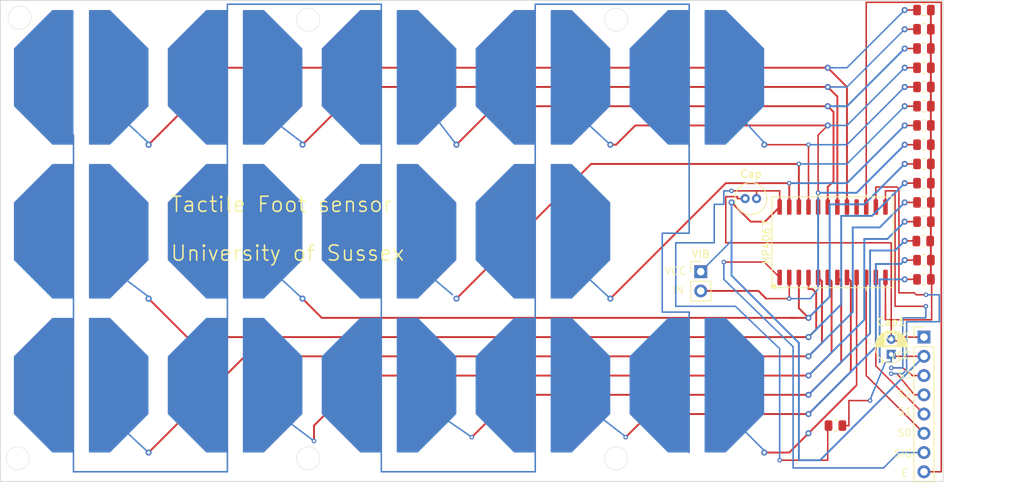
<source format=kicad_pcb>
(kicad_pcb (version 20221018) (generator pcbnew)
  (layers (0 "F.Cu" signal) (31 "B.Cu" signal) (34 "B.Paste" user) (35 "F.Paste" user) (36 "B.SilkS" user "B.Silkscreen") (37 "F.SilkS" user "F.Silkscreen") (38 "B.Mask" user) (39 "F.Mask" user) (44 "Edge.Cuts" user))
  (net 0 "")
  (footprint "Resistor_SMD:R_0805_2012Metric" (layer "F.Cu") (at 223.52 73.66 180)
    (fp_text reference "j6" hide)
    (fp_text value "R_0805_2012Metric" hide)
  )
  (footprint "Resistor_SMD:R_0805_2012Metric" (layer "F.Cu") (at 223.52 78.74 180)
    (fp_text reference "j4" hide)
    (fp_text value "R_0805_2012Metric" hide)
  )
  (footprint "Resistor_SMD:R_0805_2012Metric" (layer "F.Cu") (at 223.52 68.58 180)
    (fp_text reference "j8" hide)
    (fp_text value "R_0805_2012Metric" hide)
  )
  (footprint "Resistor_SMD:R_0805_2012Metric" (layer "F.Cu") (at 223.52 86.36 180)
    (fp_text reference "j1" hide)
    (fp_text value "R_0805_2012Metric" hide)
  )
  (footprint "Connector_PinHeader_2.54mm:PinHeader_1x08_P2.54mm_Vertical" (layer "F.Cu") (at 223.52 96.52)
    (fp_text reference "gpio" hide)
    (fp_text value "PinHeader_1x08_P2.54mm_Vertical")
  )
  (footprint "PCM_Package_SO_AKL:SOIC-24W_7.5x15.4mm_P1.27mm" (layer "F.Cu") (at 211.455 83.996 90)
    (fp_text reference "HP4067")
    (fp_text value "SOIC-24W_7.5x15.4mm_P1.27mm" hide)
  )
  (footprint "Resistor_SMD:R_0805_2012Metric" (layer "F.Cu") (at 223.52 58.42 180)
    (fp_text reference "j12" hide)
    (fp_text value "R_0805_2012Metric" hide)
  )
  (footprint "Resistor_SMD:R_0805_2012Metric" (layer "F.Cu") (at 223.52 55.88 180)
    (fp_text reference "j13" hide)
    (fp_text value "R_0805_2012Metric" hide)
  )
  (footprint "Resistor_SMD:R_0805_2012Metric" (layer "F.Cu") (at 223.52 76.2 180)
    (fp_text reference "j5" hide)
    (fp_text value "R_0805_2012Metric" hide)
  )
  (footprint "Resistor_SMD:R_0805_2012Metric" (layer "F.Cu") (at 223.52 63.5 180)
    (fp_text reference "j10" hide)
    (fp_text value "R_0805_2012Metric" hide)
  )
  (footprint "Capacitor_THT:CP_Radial_D4.0mm_P2.00mm" (layer "F.Cu") (at 219.202 98.806 90)
    (fp_text reference "Cap1")
    (fp_text value "CP_Radial_D4.0mm_P2.00mm" hide)
  )
  (footprint "Resistor_SMD:R_0805_2012Metric" (layer "F.Cu") (at 223.52 71.12 180)
    (fp_text reference "j7" hide)
    (fp_text value "R_0805_2012Metric" hide)
  )
  (footprint "Resistor_SMD:R_0805_2012Metric" (layer "F.Cu") (at 223.52 60.96 180)
    (fp_text reference "j11" hide)
    (fp_text value "R_0805_2012Metric" hide)
  )
  (footprint "Connector_PinHeader_2.54mm:PinHeader_1x02_P2.54mm_Vertical" (layer "F.Cu") (at 194.056 87.884)
    (fp_text reference "VIB")
    (fp_text value "PinHeader_1x02_P2.54mm_Vertical")
  )
  (footprint "Resistor_SMD:R_0805_2012Metric" (layer "F.Cu") (at 223.52 88.9 180)
    (fp_text reference "j0" hide)
    (fp_text value "R_0805_2012Metric" hide)
  )
  (footprint "Resistor_SMD:R_0805_2012Metric" (layer "F.Cu") (at 223.429161 83.844423 180)
    (fp_text reference "j2" hide)
    (fp_text value "R_0805_2012Metric" hide)
  )
  (footprint "Resistor_SMD:R_0805_2012Metric" (layer "F.Cu") (at 211.836 108.204 180)
    (fp_text reference "RP" hide)
    (fp_text value "R_0805_2012Metric" hide)
  )
  (footprint "Capacitor_THT:C_Radial_D4.0mm_H5.0mm_P1.50mm" (layer "F.Cu") (at 199.922 78.232)
    (fp_text reference "Cap")
    (fp_text value "C_Radial_D4.0mm_H5.0mm_P1.50mm")
  )
  (footprint "Resistor_SMD:R_0805_2012Metric" (layer "F.Cu") (at 223.52 66.04 180)
    (fp_text reference "j9" hide)
    (fp_text value "R_0805_2012Metric" hide)
  )
  (footprint "Resistor_SMD:R_0805_2012Metric" (layer "F.Cu") (at 223.52 81.28 180)
    (fp_text reference "j3" hide)
    (fp_text value "R_0805_2012Metric" hide)
  )
  (footprint "Resistor_SMD:R_0805_2012Metric" (layer "F.Cu") (at 223.52 53.34 180)
    (fp_text reference "j14" hide)
    (fp_text value "R_0805_2012Metric" hide)
  )
  (gr_line (start 217.17 89.408) (end 217.17 100.33) (stroke (width 0.2)) (layer "F.Cu"))
  (gr_line (start 204.47 78.232) (end 204.47 78.994) (stroke (width 0.2)) (layer "F.Cu"))
  (gr_line (start 204.47 77.216) (end 204.47 78.74) (stroke (width 0.2)) (layer "F.Cu"))
  (gr_line (start 219.202 84.074) (end 219.202 94.234) (stroke (width 0.2)) (layer "F.Cu"))
  (gr_line (start 220.98 58.42) (end 222.758 58.42) (stroke (width 0.2)) (layer "F.Cu"))
  (gr_line (start 219.202 94.234) (end 219.202 96.52) (stroke (width 0.2)) (layer "F.Cu"))
  (gr_line (start 220.98 73.66) (end 222.504 73.66) (stroke (width 0.2)) (layer "F.Cu"))
  (gr_line (start 215.9 52.324) (end 225.806 52.324) (stroke (width 0.2)) (layer "F.Cu"))
  (gr_line (start 202.438 71.12) (end 208.28 71.12) (stroke (width 0.2)) (layer "F.Cu"))
  (gr_line (start 220.98 66.04) (end 222.504 66.04) (stroke (width 0.2)) (layer "F.Cu"))
  (gr_line (start 220.218 96.52) (end 220.218 97.028) (stroke (width 0.2)) (layer "F.Cu"))
  (gr_line (start 220.98 76.2) (end 222.504 76.2) (stroke (width 0.2)) (layer "F.Cu"))
  (gr_line (start 224.536 89.408) (end 224.536 94.234) (stroke (width 0.2)) (layer "F.Cu"))
  (gr_line (start 198.882 77.978) (end 197.358 77.978) (stroke (width 0.2)) (layer "F.Cu"))
  (gr_line (start 197.104 86.614) (end 202.438 86.614) (stroke (width 0.2)) (layer "F.Cu"))
  (gr_line (start 216.408 104.902) (end 213.614 104.902) (stroke (width 0.2)) (layer "F.Cu"))
  (gr_line (start 219.964 101.346) (end 222.25 104.14) (stroke (width 0.2)) (layer "F.Cu"))
  (gr_line (start 222.25 104.14) (end 223.52 104.14) (stroke (width 0.2)) (layer "F.Cu"))
  (gr_line (start 220.98 71.12) (end 222.504 71.12) (stroke (width 0.2)) (layer "F.Cu"))
  (gr_line (start 220.98 53.34) (end 222.504 53.34) (stroke (width 0.2)) (layer "F.Cu"))
  (gr_line (start 220.98 68.58) (end 222.504 68.58) (stroke (width 0.2)) (layer "F.Cu"))
  (gr_line (start 202.438 86.614) (end 204.47 88.646) (stroke (width 0.2)) (layer "F.Cu"))
  (gr_line (start 215.9 101.6) (end 223.012 108.712) (stroke (width 0.2)) (layer "F.Cu"))
  (gr_line (start 219.329 100.584) (end 220.726 100.584) (stroke (width 0.2)) (layer "F.Cu"))
  (gr_line (start 197.358 84.074) (end 219.202 84.074) (stroke (width 0.2)) (layer "F.Cu"))
  (gr_line (start 220.726 100.584) (end 221.996 101.6) (stroke (width 0.2)) (layer "F.Cu"))
  (gr_line (start 221.234 88.9) (end 222.504 88.9) (stroke (width 0.2)) (layer "F.Cu"))
  (gr_line (start 220.98 81.28) (end 222.504 81.28) (stroke (width 0.2)) (layer "F.Cu"))
  (gr_line (start 215.9 79.248) (end 215.9 52.324) (stroke (width 0.2)) (layer "F.Cu"))
  (gr_line (start 215.9 89.408) (end 215.9 101.6) (stroke (width 0.2)) (layer "F.Cu"))
  (gr_line (start 210.82 112.776) (end 204.47 112.776) (stroke (width 0.2)) (layer "F.Cu"))
  (gr_line (start 197.358 77.978) (end 197.358 84.074) (stroke (width 0.2)) (layer "F.Cu"))
  (gr_line (start 220.98 63.5) (end 222.504 63.5) (stroke (width 0.2)) (layer "F.Cu"))
  (gr_line (start 220.98 78.74) (end 222.504 78.74) (stroke (width 0.2)) (layer "F.Cu"))
  (gr_line (start 225.806 114.3) (end 223.774 114.3) (stroke (width 0.2)) (layer "F.Cu"))
  (gr_line (start 220.98 83.82) (end 222.504 83.82) (stroke (width 0.2)) (layer "F.Cu"))
  (gr_line (start 220.98 55.88) (end 222.504 55.88) (stroke (width 0.2)) (layer "F.Cu"))
  (gr_line (start 210.82 108.204) (end 210.82 112.776) (stroke (width 0.2)) (layer "F.Cu"))
  (gr_line (start 223.52 96.52) (end 220.218 96.52) (stroke (width 0.2)) (layer "F.Cu"))
  (gr_line (start 213.614 104.902) (end 213.614 108.204) (stroke (width 0.2)) (layer "F.Cu"))
  (gr_line (start 213.614 108.204) (end 212.598 108.204) (stroke (width 0.2)) (layer "F.Cu"))
  (gr_line (start 217.17 100.33) (end 223.012 106.172) (stroke (width 0.2)) (layer "F.Cu"))
  (gr_line (start 225.806 52.324) (end 225.806 114.3) (stroke (width 0.2)) (layer "F.Cu"))
  (gr_line (start 218.44 92.202) (end 218.44 94.234) (stroke (width 0.2)) (layer "F.Cu"))
  (gr_line (start 198.882 78.232) (end 198.882 77.978) (stroke (width 0.2)) (layer "F.Cu"))
  (gr_line (start 221.996 101.6) (end 223.52 101.6) (stroke (width 0.2)) (layer "F.Cu"))
  (gr_line (start 201.93 77.216) (end 204.47 77.216) (stroke (width 0.2)) (layer "F.Cu"))
  (gr_line (start 220.98 86.36) (end 222.504 86.36) (stroke (width 0.2)) (layer "F.Cu"))
  (gr_line (start 208.28 71.12) (end 208.28 79.248) (stroke (width 0.2)) (layer "F.Cu"))
  (gr_line (start 198.12 77.216) (end 201.93 77.216) (stroke (width 0.2)) (layer "F.Cu"))
  (gr_line (start 199.922 78.232) (end 198.882 78.232) (stroke (width 0.2)) (layer "F.Cu"))
  (gr_line (start 224.536 94.234) (end 218.44 94.234) (stroke (width 0.2)) (layer "F.Cu"))
  (gr_line (start 219.202 101.346) (end 219.964 101.346) (stroke (width 0.2)) (layer "F.Cu"))
  (gr_line (start 202.692 91.44) (end 205.74 91.44) (stroke (width 0.2)) (layer "F.Cu"))
  (gr_line (start 220.98 60.96) (end 222.504 60.96) (stroke (width 0.2)) (layer "F.Cu"))
  (gr_line (start 223.012 99.06) (end 219.71 99.06) (stroke (width 0.2)) (layer "F.Cu"))
  (gr_line (start 218.44 94.234) (end 218.44 92.202) (stroke (width 0.2)) (layer "F.Cu"))
  (gr_line (start 201.422 78.232) (end 201.422 77.216) (stroke (width 0.2)) (layer "F.Cu"))
  (gr_line (start 220.218 97.028) (end 219.71 97.028) (stroke (width 0.2)) (layer "F.Cu"))
  (gr_line (start 161.29 90.932) (end 157.988 88.138) (stroke (width 0.2)) (layer "B.Cu"))
  (gr_line (start 206.248 97.79) (end 206.248 113.792) (stroke (width 0.2)) (layer "B.Cu"))
  (gr_line (start 225.552 90.932) (end 225.552 94.488) (stroke (width 0.2)) (layer "B.Cu"))
  (gr_line (start 121.412 71.12) (end 117.856 67.818) (stroke (width 0.2)) (layer "B.Cu"))
  (gr_line (start 172.205 93.98) (end 172.205 73.66) (stroke (width 0.2)) (layer "B.Cu"))
  (gr_line (start 182.118 71.12) (end 178.816 68.072) (stroke (width 0.2)) (layer "B.Cu"))
  (gr_line (start 197.104 77.216) (end 198.12 77.216) (stroke (width 0.2)) (layer "B.Cu"))
  (gr_line (start 206.248 113.792) (end 218.186 113.792) (stroke (width 0.2)) (layer "B.Cu"))
  (gr_line (start 218.44 99.822) (end 216.662 104.14) (stroke (width 0.2)) (layer "B.Cu"))
  (gr_line (start 195.834 78.994) (end 197.104 78.994) (stroke (width 0.2)) (layer "B.Cu"))
  (gr_line (start 141.478 91.44) (end 138.176 88.392) (stroke (width 0.2)) (layer "B.Cu"))
  (gr_line (start 213.36 63.5) (end 210.82 63.5) (stroke (width 0.2)) (layer "B.Cu"))
  (gr_line (start 190.754 84.074) (end 195.834 84.074) (stroke (width 0.2)) (layer "B.Cu"))
  (gr_line (start 202.438 111.506) (end 199.39 108.458) (stroke (width 0.2)) (layer "B.Cu"))
  (gr_line (start 209.55 90.17) (end 208.534 91.44) (stroke (width 0.2)) (layer "B.Cu"))
  (gr_line (start 221.234 100.838) (end 221.234 100.584) (stroke (width 0.2)) (layer "B.Cu"))
  (gr_line (start 143.002 110.236) (end 138.938 107.188) (stroke (width 0.2)) (layer "B.Cu"))
  (gr_line (start 220.726 100.584) (end 219.202 100.584) (stroke (width 0.2)) (layer "B.Cu"))
  (gr_line (start 188.976 82.804) (end 188.976 93.218) (stroke (width 0.2)) (layer "B.Cu"))
  (gr_line (start 121.158 91.186) (end 117.094 88.138) (stroke (width 0.2)) (layer "B.Cu"))
  (gr_line (start 172.205 53.34) (end 172.212 52.578) (stroke (width 0.2)) (layer "B.Cu"))
  (gr_line (start 131.572 110.744) (end 131.572 89.154) (stroke (width 0.2)) (layer "B.Cu"))
  (gr_line (start 219.71 101.346) (end 220.726 101.346) (stroke (width 0.2)) (layer "B.Cu"))
  (gr_line (start 151.892 114.3) (end 172.212 114.3) (stroke (width 0.2)) (layer "B.Cu"))
  (gr_line (start 192.532 93.218) (end 192.525 111.76) (stroke (width 0.2)) (layer "B.Cu"))
  (gr_line (start 121.158 111.76) (end 117.602 108.458) (stroke (width 0.2)) (layer "B.Cu"))
  (gr_line (start 131.572 114.3) (end 131.572 110.744) (stroke (width 0.2)) (layer "B.Cu"))
  (gr_line (start 163.83 109.728) (end 159.766 106.934) (stroke (width 0.2)) (layer "B.Cu"))
  (gr_line (start 219.202 98.806) (end 219.202 99.822) (stroke (width 0.2)) (layer "B.Cu"))
  (gr_line (start 204.47 112.776) (end 204.47 98.044) (stroke (width 0.2)) (layer "B.Cu"))
  (gr_line (start 218.186 113.792) (end 220.218 111.76) (stroke (width 0.2)) (layer "B.Cu"))
  (gr_line (start 131.572 52.578) (end 151.892 52.578) (stroke (width 0.2)) (layer "B.Cu"))
  (gr_line (start 195.834 84.074) (end 195.834 78.994) (stroke (width 0.2)) (layer "B.Cu"))
  (gr_line (start 192.532 82.804) (end 188.976 82.804) (stroke (width 0.2)) (layer "B.Cu"))
  (gr_line (start 198.628 92.456) (end 190.754 92.456) (stroke (width 0.2)) (layer "B.Cu"))
  (gr_line (start 192.525 71.12) (end 192.532 82.804) (stroke (width 0.2)) (layer "B.Cu"))
  (gr_line (start 151.892 52.578) (end 151.885 111.76) (stroke (width 0.2)) (layer "B.Cu"))
  (gr_line (start 225.552 94.488) (end 221.234 94.488) (stroke (width 0.2)) (layer "B.Cu"))
  (gr_line (start 204.47 98.044) (end 198.628 92.456) (stroke (width 0.2)) (layer "B.Cu"))
  (gr_line (start 202.438 70.866) (end 199.644 67.818) (stroke (width 0.2)) (layer "B.Cu"))
  (gr_line (start 172.212 114.3) (end 172.205 93.98) (stroke (width 0.2)) (layer "B.Cu"))
  (gr_line (start 141.478 70.866) (end 137.16 67.564) (stroke (width 0.2)) (layer "B.Cu"))
  (gr_line (start 188.976 93.218) (end 192.532 93.218) (stroke (width 0.2)) (layer "B.Cu"))
  (gr_line (start 111.252 73.66) (end 111.252 95.25) (stroke (width 0.2)) (layer "B.Cu"))
  (gr_line (start 219.71 101.346) (end 219.202 101.346) (stroke (width 0.2)) (layer "B.Cu"))
  (gr_line (start 216.662 104.14) (end 216.408 104.902) (stroke (width 0.2)) (layer "B.Cu"))
  (gr_line (start 131.565 53.34) (end 131.572 52.578) (stroke (width 0.2)) (layer "B.Cu"))
  (gr_line (start 111.252 114.3) (end 131.572 114.3) (stroke (width 0.2)) (layer "B.Cu"))
  (gr_line (start 223.774 92.456) (end 223.774 93.98) (stroke (width 0.2)) (layer "B.Cu"))
  (gr_line (start 161.798 71.12) (end 159.258 67.818) (stroke (width 0.2)) (layer "B.Cu"))
  (gr_line (start 131.572 89.154) (end 131.565 73.66) (stroke (width 0.2)) (layer "B.Cu"))
  (gr_line (start 172.212 52.578) (end 192.532 52.578) (stroke (width 0.2)) (layer "B.Cu"))
  (gr_line (start 223.774 90.932) (end 225.552 90.932) (stroke (width 0.2)) (layer "B.Cu"))
  (gr_line (start 131.565 73.66) (end 131.565 53.34) (stroke (width 0.2)) (layer "B.Cu"))
  (gr_line (start 111.245 111.76) (end 111.252 114.3) (stroke (width 0.2)) (layer "B.Cu"))
  (gr_line (start 220.98 60.96) (end 213.36 68.58) (stroke (width 0.2)) (layer "B.Cu"))
  (gr_line (start 197.104 78.994) (end 197.104 77.216) (stroke (width 0.2)) (layer "B.Cu"))
  (gr_line (start 111.252 95.25) (end 111.245 111.76) (stroke (width 0.2)) (layer "B.Cu"))
  (gr_line (start 197.104 88.9) (end 206.248 97.79) (stroke (width 0.2)) (layer "B.Cu"))
  (gr_line (start 223.774 93.98) (end 220.726 93.98) (stroke (width 0.2)) (layer "B.Cu"))
  (gr_line (start 182.118 91.44) (end 178.562 88.138) (stroke (width 0.2)) (layer "B.Cu"))
  (gr_line (start 220.218 111.76) (end 223.52 111.76) (stroke (width 0.2)) (layer "B.Cu"))
  (gr_line (start 220.726 93.98) (end 220.726 100.584) (stroke (width 0.2)) (layer "B.Cu"))
  (gr_line (start 151.885 111.76) (end 151.892 114.3) (stroke (width 0.2)) (layer "B.Cu"))
  (gr_line (start 213.36 60.96) (end 210.82 60.96) (stroke (width 0.2)) (layer "B.Cu"))
  (gr_line (start 220.726 101.346) (end 221.234 100.838) (stroke (width 0.2)) (layer "B.Cu"))
  (gr_line (start 220.98 55.88) (end 213.36 63.5) (stroke (width 0.2)) (layer "B.Cu"))
  (gr_line (start 208.534 91.44) (end 205.74 91.44) (stroke (width 0.2)) (layer "B.Cu"))
  (gr_line (start 197.104 86.614) (end 197.104 88.9) (stroke (width 0.2)) (layer "B.Cu"))
  (gr_line (start 219.202 99.822) (end 218.44 99.822) (stroke (width 0.2)) (layer "B.Cu"))
  (gr_line (start 192.532 52.578) (end 192.525 71.12) (stroke (width 0.2)) (layer "B.Cu"))
  (gr_line (start 221.234 94.488) (end 221.234 100.584) (stroke (width 0.2)) (layer "B.Cu"))
  (gr_line (start 111.252 69.85) (end 111.252 73.66) (stroke (width 0.2)) (layer "B.Cu"))
  (gr_line (start 183.896 109.474) (end 180.594 106.934) (stroke (width 0.2)) (layer "B.Cu"))
  (gr_line (start 190.754 92.456) (end 190.754 84.074) (stroke (width 0.2)) (layer "B.Cu"))
  (gr_line (start 172.205 73.66) (end 172.205 53.34) (stroke (width 0.2)) (layer "B.Cu"))
  (gr_line (start 220.98 53.34) (end 213.36 60.96) (stroke (width 0.2)) (layer "B.Cu"))
  (gr_line (start 213.36 68.58) (end 210.82 68.58) (stroke (width 0.2)) (layer "B.Cu"))
  (gr_circle (center 182.88 54.61) (end 182.88 56.134) (stroke (width 0.05)) (fill none) (layer "Edge.Cuts"))
  (gr_circle (center 182.88 112.522) (end 182.88 114.046) (stroke (width 0.05)) (fill none) (layer "Edge.Cuts"))
  (gr_circle (center 104.14 54.356) (end 104.14 55.88) (stroke (width 0.05)) (fill none) (layer "Edge.Cuts"))
  (gr_circle (center 103.886 112.522) (end 103.886 114.046) (stroke (width 0.05)) (fill none) (layer "Edge.Cuts"))
  (gr_rect (start 101.6 52.07) (end 226.06 115.57) (stroke (width 0.1)) (fill none) (layer "Edge.Cuts"))
  (gr_circle (center 142.24 54.61) (end 142.24 56.134) (stroke (width 0.05)) (fill none) (layer "Edge.Cuts"))
  (gr_circle (center 142.24 112.522) (end 142.24 114.046) (stroke (width 0.05)) (fill none) (layer "Edge.Cuts"))
  (gr_text "SIG" (at 219.456 112.522) (layer "F.SilkS") (effects (font (size 1 1) (thickness 0.1)) (justify left bottom)))
  (gr_text "VCC\n" (at 218.948 99.568) (layer "F.SilkS") (effects (font (size 1 1) (thickness 0.1)) (justify left bottom)))
  (gr_text "VCC\n" (at 189.23 88.392) (layer "F.SilkS") (effects (font (size 1 1) (thickness 0.1)) (justify left bottom)))
  (gr_text "S1" (at 219.964 106.934) (layer "F.SilkS") (effects (font (size 1 1) (thickness 0.1)) (justify left bottom)))
  (gr_text "Tactile Foot sensor\n\nUniversity of Sussex" (at 123.952 86.614) (layer "F.SilkS") (effects (font (size 2 2) (thickness 0.2)) (justify left bottom)))
  (gr_text "S0" (at 219.964 109.728) (layer "F.SilkS") (effects (font (size 1 1) (thickness 0.1)) (justify left bottom)))
  (gr_text "GND\n" (at 218.44 97.028) (layer "F.SilkS") (effects (font (size 1 1) (thickness 0.1)) (justify left bottom)))
  (gr_text "IN" (at 190.246 90.932) (layer "F.SilkS") (effects (font (size 1 1) (thickness 0.1)) (justify left bottom)))
  (gr_text "S2" (at 219.964 104.648) (layer "F.SilkS") (effects (font (size 1 1) (thickness 0.1)) (justify left bottom)))
  (gr_text "S3" (at 219.964 102.108) (layer "F.SilkS") (effects (font (size 1 1) (thickness 0.1)) (justify left bottom)))
  (gr_text "E" (at 220.472 115.062) (layer "F.SilkS") (effects (font (size 1 1) (thickness 0.1)) (justify left bottom)))
  (segment (start 220.218 90.678) (end 220.218 76.962) (width 0.2) (layer "F.Cu") (net 0))
  (segment (start 223.197875 96.197875) (end 223.52 96.52) (width 0) (layer "F.Cu") (net 0))
  (segment (start 219.964 76.708) (end 217.17 76.708) (width 0.2) (layer "F.Cu") (net 0))
  (segment (start 208.28 106.68) (end 213.868 101.092) (width 0.25) (layer "F.Cu") (net 0))
  (segment (start 217.17 100.33) (end 217.17 88.646) (width 0) (layer "F.Cu") (net 0))
  (segment (start 214.63 102.87) (end 214.503 102.997) (width 0.2) (layer "F.Cu") (net 0))
  (segment (start 212.09 64.77) (end 212.09 79.346) (width 0.25) (layer "F.Cu") (net 0))
  (segment (start 209.55 69.85) (end 210.82 68.58) (width 0.2) (layer "F.Cu") (net 0))
  (segment (start 166.885 66.04) (end 161.805 71.12) (width 0.25) (layer "F.Cu") (net 0))
  (segment (start 219.71 77.216) (end 219.71 92.456) (width 0.2) (layer "F.Cu") (net 0))
  (segment (start 208.28 106.68) (end 208.4375 106.68) (width 0.25) (layer "F.Cu") (net 0))
  (segment (start 210.82 63.5) (end 212.09 64.77) (width 0.25) (layer "F.Cu") (net 0))
  (segment (start 211.328 89.154) (end 210.82 88.646) (width 0.25) (layer "F.Cu") (net 0))
  (segment (start 208.28 93.98) (end 205.74 93.98) (width 0.25) (layer "F.Cu") (net 0))
  (segment (start 210.82 66.04) (end 166.885 66.04) (width 0.25) (layer "F.Cu") (net 0))
  (segment (start 222.504 90.932) (end 222.25 90.678) (width 0.2) (layer "F.Cu") (net 0))
  (segment (start 224.4325 53.34) (end 224.4325 55.88) (width 0) (layer "F.Cu") (net 0))
  (segment (start 200.66 81.28) (end 202.536 81.28) (width 0.25) (layer "F.Cu") (net 0))
  (segment (start 223.52 106.68) (end 217.17 100.33) (width 0) (layer "F.Cu") (net 0))
  (segment (start 169.425 104.14) (end 163.837 109.728) (width 0.25) (layer "F.Cu") (net 0))
  (segment (start 208.28 109.22) (end 205.74 111.76) (width 0.25) (layer "F.Cu") (net 0))
  (segment (start 198.12 78.74) (end 200.66 81.28) (width 0.25) (layer "F.Cu") (net 0))
  (segment (start 208.28 96.52) (end 126.245 96.52) (width 0.25) (layer "F.Cu") (net 0))
  (segment (start 126.245 96.52) (end 121.165 91.44) (width 0.25) (layer "F.Cu") (net 0))
  (segment (start 202.692 91.44) (end 201.676 90.424) (width 0.25) (layer "F.Cu") (net 0))
  (segment (start 179.5815 73.6635) (end 207.0065 73.6635) (width 0.25) (layer "F.Cu") (net 0))
  (segment (start 220.218 76.962) (end 219.964 76.708) (width 0.2) (layer "F.Cu") (net 0))
  (segment (start 206.6125 96.52) (end 126.245 96.52) (width 0) (layer "F.Cu") (net 0))
  (segment (start 224.4325 53.34) (end 224.4325 88.9) (width 0.25) (layer "F.Cu") (net 0))
  (segment (start 208.28 93.98) (end 208.4375 93.98) (width 0.25) (layer "F.Cu") (net 0))
  (segment (start 213.868 101.092) (end 213.868 89.154) (width 0.25) (layer "F.Cu") (net 0))
  (segment (start 206.6125 101.6) (end 149.606 101.6) (width 0) (layer "F.Cu") (net 0))
  (segment (start 197.365 76.2) (end 182.125 91.44) (width 0.25) (layer "F.Cu") (net 0))
  (segment (start 206.6125 104.14) (end 169.425 104.14) (width 0) (layer "F.Cu") (net 0))
  (segment (start 209.55 79.346) (end 209.55 69.85) (width 0.2) (layer "F.Cu") (net 0))
  (segment (start 218.44 77.216) (end 219.71 77.216) (width 0.2) (layer "F.Cu") (net 0))
  (segment (start 187.205 106.68) (end 184.157 109.728) (width 0.25) (layer "F.Cu") (net 0))
  (segment (start 206.6125 106.68) (end 187.205 106.68) (width 0) (layer "F.Cu") (net 0))
  (segment (start 209.296 95.504) (end 209.296 90.678) (width 0.25) (layer "F.Cu") (net 0))
  (segment (start 222.25 90.678) (end 220.218 90.678) (width 0.2) (layer "F.Cu") (net 0))
  (segment (start 131.325 60.96) (end 121.165 71.12) (width 0.25) (layer "F.Cu") (net 0))
  (segment (start 202.536 81.28) (end 204.47 79.346) (width 0.25) (layer "F.Cu") (net 0))
  (segment (start 207.01 73.66) (end 207.01 79.346) (width 0.25) (layer "F.Cu") (net 0))
  (segment (start 208.28 101.6) (end 208.4375 101.6) (width 0.25) (layer "F.Cu") (net 0))
  (segment (start 149.105 63.5) (end 141.485 71.12) (width 0.25) (layer "F.Cu") (net 0))
  (segment (start 208.28 101.6) (end 211.328 98.552) (width 0.25) (layer "F.Cu") (net 0))
  (segment (start 208.28 106.68) (end 187.205 106.68) (width 0.25) (layer "F.Cu") (net 0))
  (segment (start 208.28 104.14) (end 169.425 104.14) (width 0.25) (layer "F.Cu") (net 0))
  (segment (start 212.598 99.822) (end 212.598 89.154) (width 0.25) (layer "F.Cu") (net 0))
  (segment (start 208.28 79.346) (end 208.28 71.12) (width 0) (layer "F.Cu") (net 0))
  (segment (start 208.28 104.14) (end 212.598 99.822) (width 0.25) (layer "F.Cu") (net 0))
  (segment (start 144.025 93.98) (end 141.485 91.44) (width 0.25) (layer "F.Cu") (net 0))
  (segment (start 208.28 90.17) (end 208.28 88.646) (width 0.25) (layer "F.Cu") (net 0))
  (segment (start 218.44 79.346) (end 218.44 77.216) (width 0.2) (layer "F.Cu") (net 0))
  (segment (start 208.4375 109.22) (end 208.28 109.22) (width 0.25) (layer "F.Cu") (net 0))
  (segment (start 223.774 90.932) (end 222.504 90.932) (width 0.2) (layer "F.Cu") (net 0))
  (segment (start 184.157 109.728) (end 184.15 109.728) (width 0.25) (layer "F.Cu") (net 0))
  (segment (start 201.676 90.424) (end 194.056 90.424) (width 0.25) (layer "F.Cu") (net 0))
  (segment (start 208.28 104.14) (end 208.4375 104.14) (width 0.25) (layer "F.Cu") (net 0))
  (segment (start 182.88 71.12) (end 182.125 71.12) (width 0.25) (layer "F.Cu") (net 0))
  (segment (start 202.438 86.614) (end 197.104 86.614) (width 0) (layer "F.Cu") (net 0))
  (segment (start 211.582 75.946) (end 210.82 76.708) (width 0.25) (layer "F.Cu") (net 0))
  (segment (start 210.058 97.282) (end 210.058 89.154) (width 0.25) (layer "F.Cu") (net 0))
  (segment (start 223.52 109.22) (end 215.9 101.6) (width 0) (layer "F.Cu") (net 0))
  (segment (start 208.28 101.6) (end 149.606 101.6) (width 0.25) (layer "F.Cu") (net 0))
  (segment (start 184.15 109.728) (end 184.15 109.735) (width 0.25) (layer "F.Cu") (net 0))
  (segment (start 208.28 99.06) (end 210.058 97.282) (width 0.25) (layer "F.Cu") (net 0))
  (segment (start 205.74 76.2) (end 205.74 79.346) (width 0.25) (layer "F.Cu") (net 0))
  (segment (start 210.82 60.96) (end 131.325 60.96) (width 0.25) (layer "F.Cu") (net 0))
  (segment (start 149.606 101.6) (end 143.002 108.204) (width 0.25) (layer "F.Cu") (net 0))
  (segment (start 210.82 60.96) (end 213.36 63.5) (width 0.25) (layer "F.Cu") (net 0))
  (segment (start 163.83 109.728) (end 163.83 109.735) (width 0.25) (layer "F.Cu") (net 0))
  (segment (start 213.36 63.5) (end 213.36 66.04) (width 0.25) (layer "F.Cu") (net 0))
  (segment (start 208.28 109.22) (end 214.503 102.997) (width 0.25) (layer "F.Cu") (net 0))
  (segment (start 212.598 89.154) (end 212.09 88.646) (width 0.25) (layer "F.Cu") (net 0))
  (segment (start 208.28 93.98) (end 207.01 92.71) (width 0.25) (layer "F.Cu") (net 0))
  (segment (start 208.28 99.06) (end 133.865 99.06) (width 0.25) (layer "F.Cu") (net 0))
  (segment (start 224.4325 78.74) (end 224.4325 77.1125) (width 0) (layer "F.Cu") (net 0))
  (segment (start 208.28 96.52) (end 208.4375 96.52) (width 0.25) (layer "F.Cu") (net 0))
  (segment (start 217.17 76.708) (end 217.17 79.346) (width 0.2) (layer "F.Cu") (net 0))
  (segment (start 222.67 96.52) (end 223.52 96.52) (width 0.2) (layer "F.Cu") (net 0))
  (segment (start 179.5815 73.6635) (end 161.805 91.44) (width 0.25) (layer "F.Cu") (net 0))
  (segment (start 208.4375 99.06) (end 208.28 99.06) (width 0.25) (layer "F.Cu") (net 0))
  (segment (start 163.837 109.728) (end 163.83 109.728) (width 0.25) (layer "F.Cu") (net 0))
  (segment (start 205.74 111.76) (end 202.445 111.76) (width 0.25) (layer "F.Cu") (net 0))
  (segment (start 206.6125 99.06) (end 133.865 99.06) (width 0) (layer "F.Cu") (net 0))
  (segment (start 213.868 89.154) (end 213.36 88.646) (width 0.25) (layer "F.Cu") (net 0))
  (segment (start 185.42 68.58) (end 182.88 71.12) (width 0.25) (layer "F.Cu") (net 0))
  (segment (start 211.582 66.802) (end 211.582 75.946) (width 0.25) (layer "F.Cu") (net 0))
  (segment (start 144.78 93.98) (end 144.025 93.98) (width 0.25) (layer "F.Cu") (net 0))
  (segment (start 212.65 73.705) (end 212.605 73.66) (width 0) (layer "F.Cu") (net 0))
  (segment (start 214.63 88.646) (end 214.63 102.87) (width 0.2) (layer "F.Cu") (net 0))
  (segment (start 215.9 101.6) (end 215.9 88.646) (width 0) (layer "F.Cu") (net 0))
  (segment (start 210.82 68.58) (end 185.42 68.58) (width 0.25) (layer "F.Cu") (net 0))
  (segment (start 213.36 66.04) (end 213.36 79.346) (width 0.25) (layer "F.Cu") (net 0))
  (segment (start 210.82 66.04) (end 211.582 66.802) (width 0.25) (layer "F.Cu") (net 0))
  (segment (start 143.002 110.236) (end 143.002 110.243) (width 0.25) (layer "F.Cu") (net 0))
  (segment (start 207.0065 73.6635) (end 207.01 73.66) (width 0.25) (layer "F.Cu") (net 0))
  (segment (start 210.82 63.5) (end 149.105 63.5) (width 0.25) (layer "F.Cu") (net 0))
  (segment (start 209.296 90.678) (end 208.788 90.17) (width 0.25) (layer "F.Cu") (net 0))
  (segment (start 208.28 96.52) (end 209.296 95.504) (width 0.25) (layer "F.Cu") (net 0))
  (segment (start 219.71 92.456) (end 223.774 92.456) (width 0.2) (layer "F.Cu") (net 0))
  (segment (start 143.002 108.204) (end 143.002 110.236) (width 0.25) (layer "F.Cu") (net 0))
  (segment (start 206.6125 93.98) (end 144.78 93.98) (width 0.25) (layer "F.Cu") (net 0))
  (segment (start 218.44 88.646) (end 218.44 92.29) (width 0.2) (layer "F.Cu") (net 0))
  (segment (start 210.82 76.708) (end 210.82 79.346) (width 0.25) (layer "F.Cu") (net 0))
  (segment (start 205.74 88.646) (end 205.74 91.44) (width 0.2) (layer "F.Cu") (net 0))
  (segment (start 179.585 73.66) (end 179.5815 73.6635) (width 0.25) (layer "F.Cu") (net 0))
  (segment (start 133.865 99.06) (end 121.165 111.76) (width 0.25) (layer "F.Cu") (net 0))
  (segment (start 211.328 98.552) (end 211.328 89.154) (width 0.25) (layer "F.Cu") (net 0))
  (segment (start 197.365 76.2) (end 205.74 76.2) (width 0.25) (layer "F.Cu") (net 0))
  (segment (start 223.197875 95.181875) (end 223.197875 96.197875) (width 0) (layer "F.Cu") (net 0))
  (segment (start 208.788 90.17) (end 208.28 90.17) (width 0.25) (layer "F.Cu") (net 0))
  (segment (start 204.47 88.646) (end 202.438 86.614) (width 0) (layer "F.Cu") (net 0))
  (segment (start 207.01 92.71) (end 207.01 88.646) (width 0.25) (layer "F.Cu") (net 0))
  (segment (start 210.058 89.154) (end 209.55 88.646) (width 0.25) (layer "F.Cu") (net 0))
  (segment (start 202.445 71.12) (end 208.28 71.12) (width 0) (layer "F.Cu") (net 0))
  (via (at 161.805 71.12) (size 0.8) (drill 0.4) (layers "F.Cu" "B.Cu") (net 0))
  (via (at 208.28 93.98) (size 0.8) (drill 0.4) (layers "F.Cu" "B.Cu") (net 0))
  (via (at 208.28 96.52) (size 0.8) (drill 0.4) (layers "F.Cu" "B.Cu") (net 0))
  (via (at 121.165 91.44) (size 0.8) (drill 0.4) (layers "F.Cu" "B.Cu") (net 0))
  (via (at 223.774 90.932) (size 0.6) (drill 0.3) (layers "F.Cu" "B.Cu") (net 0))
  (via (at 121.165 91.44) (size 0.8) (drill 0.4) (layers "F.Cu" "B.Cu") (net 0))
  (via (at 208.28 104.14) (size 0.8) (drill 0.4) (layers "F.Cu" "B.Cu") (net 0))
  (via (at 210.82 66.04) (size 0.8) (drill 0.4) (layers "F.Cu" "B.Cu") (net 0))
  (via (at 208.28 109.22) (size 0.8) (drill 0.4) (layers "F.Cu" "B.Cu") (net 0))
  (via (at 220.98 83.82) (size 0.8) (drill 0.4) (layers "F.Cu" "B.Cu") (net 0))
  (via (at 198.12 78.74) (size 0.8) (drill 0.4) (layers "F.Cu" "B.Cu") (net 0))
  (via (at 220.98 66.04) (size 0.8) (drill 0.4) (layers "F.Cu" "B.Cu") (net 0))
  (via (at 220.98 58.42) (size 0.8) (drill 0.4) (layers "F.Cu" "B.Cu") (net 0))
  (via (at 223.774 92.456) (size 0.6) (drill 0.3) (layers "F.Cu" "B.Cu") (net 0))
  (via (at 208.28 101.6) (size 0.8) (drill 0.4) (layers "F.Cu" "B.Cu") (net 0))
  (via (at 220.98 53.34) (size 0.8) (drill 0.4) (layers "F.Cu" "B.Cu") (net 0))
  (via (at 220.98 55.88) (size 0.8) (drill 0.4) (layers "F.Cu" "B.Cu") (net 0))
  (via (at 121.165 71.12) (size 0.8) (drill 0.4) (layers "F.Cu" "B.Cu") (net 0))
  (via (at 184.15 109.728) (size 0.6) (drill 0.3) (layers "F.Cu" "B.Cu") (net 0))
  (via (at 220.98 88.9) (size 0.8) (drill 0.4) (layers "F.Cu" "B.Cu") (net 0))
  (via (at 208.28 71.12) (size 0.6) (drill 0.3) (layers "F.Cu" "B.Cu") (net 0))
  (via (at 219.202 100.584) (size 0.6) (drill 0.3) (layers "F.Cu" "B.Cu") (net 0))
  (via (at 220.98 71.12) (size 0.8) (drill 0.4) (layers "F.Cu" "B.Cu") (net 0))
  (via (at 210.82 68.58) (size 0.8) (drill 0.4) (layers "F.Cu" "B.Cu") (net 0))
  (via (at 121.165 111.76) (size 0.8) (drill 0.4) (layers "F.Cu" "B.Cu") (net 0))
  (via (at 208.28 99.06) (size 0.8) (drill 0.4) (layers "F.Cu" "B.Cu") (net 0))
  (via (at 209.55 77.47) (size 0.6) (drill 0.3) (layers "F.Cu" "B.Cu") (net 0))
  (via (at 220.98 76.2) (size 0.8) (drill 0.4) (layers "F.Cu" "B.Cu") (net 0))
  (via (at 204.47 112.776) (size 0.6) (drill 0.3) (layers "F.Cu" "B.Cu") (net 0))
  (via (at 210.82 60.96) (size 0.8) (drill 0.4) (layers "F.Cu" "B.Cu") (net 0))
  (via (at 210.82 63.5) (size 0.8) (drill 0.4) (layers "F.Cu" "B.Cu") (net 0))
  (via (at 219.202 101.346) (size 0.6) (drill 0.3) (layers "F.Cu" "B.Cu") (net 0))
  (via (at 141.485 71.12) (size 0.8) (drill 0.4) (layers "F.Cu" "B.Cu") (net 0))
  (via (at 163.83 109.728) (size 0.6) (drill 0.3) (layers "F.Cu" "B.Cu") (net 0))
  (via (at 216.408 104.902) (size 0.6) (drill 0.3) (layers "F.Cu" "B.Cu") (net 0))
  (via (at 121.165 71.12) (size 0.8) (drill 0.4) (layers "F.Cu" "B.Cu") (net 0))
  (via (at 143.002 110.236) (size 0.6) (drill 0.3) (layers "F.Cu" "B.Cu") (net 0))
  (via (at 208.28 96.52) (size 0.8) (drill 0.4) (layers "F.Cu" "B.Cu") (net 0))
  (via (at 161.805 91.44) (size 0.8) (drill 0.4) (layers "F.Cu" "B.Cu") (net 0))
  (via (at 141.485 91.44) (size 0.8) (drill 0.4) (layers "F.Cu" "B.Cu") (net 0))
  (via (at 220.98 81.28) (size 0.8) (drill 0.4) (layers "F.Cu" "B.Cu") (net 0))
  (via (at 220.98 68.58) (size 0.8) (drill 0.4) (layers "F.Cu" "B.Cu") (net 0))
  (via (at 182.125 91.44) (size 0.8) (drill 0.4) (layers "F.Cu" "B.Cu") (net 0))
  (via (at 208.28 106.68) (size 0.8) (drill 0.4) (layers "F.Cu" "B.Cu") (net 0))
  (via (at 198.12 77.216) (size 0.6) (drill 0.3) (layers "F.Cu" "B.Cu") (net 0))
  (via (at 205.74 76.2) (size 0.6) (drill 0.3) (layers "F.Cu" "B.Cu") (net 0))
  (via (at 205.74 91.44) (size 0.6) (drill 0.3) (layers "F.Cu" "B.Cu") (net 0))
  (via (at 220.98 78.74) (size 0.8) (drill 0.4) (layers "F.Cu" "B.Cu") (net 0))
  (via (at 207.01 73.66) (size 0.6) (drill 0.3) (layers "F.Cu" "B.Cu") (net 0))
  (via (at 220.98 63.5) (size 0.8) (drill 0.4) (layers "F.Cu" "B.Cu") (net 0))
  (via (at 202.445 71.12) (size 0.8) (drill 0.4) (layers "F.Cu" "B.Cu") (net 0))
  (via (at 220.98 73.66) (size 0.8) (drill 0.4) (layers "F.Cu" "B.Cu") (net 0))
  (via (at 202.445 111.76) (size 0.8) (drill 0.4) (layers "F.Cu" "B.Cu") (net 0))
  (via (at 121.165 91.44) (size 0.8) (drill 0.4) (layers "F.Cu" "B.Cu") (net 0))
  (via (at 182.125 71.12) (size 0.8) (drill 0.4) (layers "F.Cu" "B.Cu") (net 0))
  (via (at 197.104 86.614) (size 0.6) (drill 0.3) (layers "F.Cu" "B.Cu") (net 0))
  (via (at 220.98 60.96) (size 0.8) (drill 0.4) (layers "F.Cu" "B.Cu") (net 0))
  (via (at 220.98 86.36) (size 0.8) (drill 0.4) (layers "F.Cu" "B.Cu") (net 0))
  (segment (start 217.678 88.9) (end 220.98 88.9) (width 0.25) (layer "B.Cu") (net 0))
  (segment (start 217.17 97.79) (end 217.17 86.868) (width 0.25) (layer "B.Cu") (net 0))
  (segment (start 208.28 99.06) (end 214.122 93.218) (width 0.25) (layer "B.Cu") (net 0))
  (segment (start 219.71 85.09) (end 220.98 83.82) (width 0.25) (layer "B.Cu") (net 0))
  (segment (start 217.932 113.792) (end 219.964 111.76) (width 0) (layer "B.Cu") (net 0))
  (segment (start 219.964 111.76) (end 223.52 111.76) (width 0) (layer "B.Cu") (net 0))
  (segment (start 215.646 94.234) (end 215.646 83.566) (width 0.25) (layer "B.Cu") (net 0))
  (segment (start 213.36 71.12) (end 208.28 71.12) (width 0.2) (layer "B.Cu") (net 0))
  (segment (start 212.598 92.202) (end 212.598 80.518) (width 0.25) (layer "B.Cu") (net 0))
  (segment (start 121.165 91.44) (end 121.158 91.44) (width 0.25) (layer "B.Cu") (net 0))
  (segment (start 214.122 93.218) (end 214.122 82.042) (width 0.25) (layer "B.Cu") (net 0))
  (segment (start 214.63 77.47) (end 220.98 71.12) (width 0.25) (layer "B.Cu") (net 0))
  (segment (start 194.056 87.884) (end 198.12 83.82) (width 0.2) (layer "B.Cu") (net 0))
  (segment (start 208.28 93.98) (end 211.074 91.186) (width 0.25) (layer "B.Cu") (net 0))
  (segment (start 197.104 86.614) (end 197.104 88.646) (width 0) (layer "B.Cu") (net 0))
  (segment (start 213.36 66.04) (end 220.98 58.42) (width 0.25) (layer "B.Cu") (net 0))
  (segment (start 216.662 80.518) (end 220.98 76.2) (width 0.25) (layer "B.Cu") (net 0))
  (segment (start 220.472 86.868) (end 220.98 86.36) (width 0.25) (layer "B.Cu") (net 0))
  (segment (start 214.122 82.042) (end 217.678 82.042) (width 0.25) (layer "B.Cu") (net 0))
  (segment (start 215.646 78.994) (end 220.98 73.66) (width 0.25) (layer "B.Cu") (net 0))
  (segment (start 220.98 63.5) (end 213.36 71.12) (width 0.2) (layer "B.Cu") (net 0))
  (segment (start 202.445 71.12) (end 202.438 71.12) (width 0.25) (layer "B.Cu") (net 0))
  (segment (start 210.82 66.04) (end 213.36 66.04) (width 0.25) (layer "B.Cu") (net 0))
  (segment (start 213.36 73.66) (end 207.01 73.66) (width 0.2) (layer "B.Cu") (net 0))
  (segment (start 161.805 91.44) (end 161.798 91.44) (width 0.25) (layer "B.Cu") (net 0))
  (segment (start 216.408 96.012) (end 216.408 85.09) (width 0.25) (layer "B.Cu") (net 0))
  (segment (start 121.165 111.76) (end 121.158 111.76) (width 0.25) (layer "B.Cu") (net 0))
  (segment (start 209.804 112.776) (end 223.52 99.06) (width 0.25) (layer "B.Cu") (net 0))
  (segment (start 211.074 78.994) (end 215.646 78.994) (width 0.25) (layer "B.Cu") (net 0))
  (segment (start 208.28 106.68) (end 217.17 97.79) (width 0.25) (layer "B.Cu") (net 0))
  (segment (start 208.28 101.6) (end 215.646 94.234) (width 0.25) (layer "B.Cu") (net 0))
  (segment (start 217.17 86.868) (end 220.472 86.868) (width 0.25) (layer "B.Cu") (net 0))
  (segment (start 208.28 104.14) (end 216.408 96.012) (width 0.25) (layer "B.Cu") (net 0))
  (segment (start 207.01 97.282) (end 207.01 112.776) (width 0.25) (layer "B.Cu") (net 0))
  (segment (start 215.646 83.566) (end 218.694 83.566) (width 0.25) (layer "B.Cu") (net 0))
  (segment (start 220.98 66.04) (end 213.36 73.66) (width 0.2) (layer "B.Cu") (net 0))
  (segment (start 213.36 76.2) (end 220.98 68.58) (width 0.25) (layer "B.Cu") (net 0))
  (segment (start 209.55 77.47) (end 214.63 77.47) (width 0.25) (layer "B.Cu") (net 0))
  (segment (start 211.074 91.186) (end 211.074 78.994) (width 0.25) (layer "B.Cu") (net 0))
  (segment (start 205.74 76.2) (end 213.36 76.2) (width 0.25) (layer "B.Cu") (net 0))
  (segment (start 206.248 113.792) (end 217.932 113.792) (width 0) (layer "B.Cu") (net 0))
  (segment (start 208.28 96.52) (end 212.598 92.202) (width 0.25) (layer "B.Cu") (net 0))
  (segment (start 209.55 90.17) (end 209.55 77.47) (width 0.25) (layer "B.Cu") (net 0))
  (segment (start 198.12 78.74) (end 198.12 83.82) (width 0.25) (layer "B.Cu") (net 0))
  (segment (start 212.598 80.518) (end 216.662 80.518) (width 0.25) (layer "B.Cu") (net 0))
  (segment (start 182.125 91.44) (end 182.118 91.44) (width 0.25) (layer "B.Cu") (net 0))
  (segment (start 141.485 71.12) (end 141.478 71.12) (width 0.25) (layer "B.Cu") (net 0))
  (segment (start 198.12 83.82) (end 198.12 88.392) (width 0.25) (layer "B.Cu") (net 0))
  (segment (start 218.694 83.566) (end 220.98 81.28) (width 0.25) (layer "B.Cu") (net 0))
  (segment (start 206.248 97.79) (end 206.248 113.792) (width 0) (layer "B.Cu") (net 0))
  (segment (start 216.408 85.09) (end 219.71 85.09) (width 0.25) (layer "B.Cu") (net 0))
  (segment (start 141.485 91.44) (end 141.478 91.44) (width 0.25) (layer "B.Cu") (net 0))
  (segment (start 198.12 88.392) (end 207.01 97.282) (width 0.25) (layer "B.Cu") (net 0))
  (segment (start 217.678 82.042) (end 220.98 78.74) (width 0.25) (layer "B.Cu") (net 0))
  (segment (start 197.104 88.646) (end 206.248 97.79) (width 0) (layer "B.Cu") (net 0))
  (segment (start 202.445 111.76) (end 202.438 111.76) (width 0.25) (layer "B.Cu") (net 0))
  (segment (start 207.01 112.776) (end 209.804 112.776) (width 0.25) (layer "B.Cu") (net 0))
  (segment (start 217.678 99.822) (end 217.678 88.9) (width 0.25) (layer "B.Cu") (net 0))
  (zone (net 0) (net_name "") (layer "B.Cu") (connect_pads (clearance 0.5)) (min_thickness 0.25) (fill yes (thermal_gap 0.5) (thermal_bridge_width 0.5) (island_removal_mode 1) (island_area_min 10))
    (polygon (pts (xy 128.778 73.66) (xy 123.698 78.74) (xy 123.698 86.36) (xy 128.778 91.44) (xy 131.565 91.44) (xy 131.565 86.106) (xy 131.565 78.486) (xy 131.565 73.66)))
  )
  (zone (net 0) (net_name "") (layer "B.Cu") (connect_pads (clearance 0.5)) (min_thickness 0.25) (fill yes (thermal_gap 0.5) (thermal_bridge_width 0.5) (island_removal_mode 1) (island_area_min 10))
    (polygon (pts (xy 177.031 91.44) (xy 182.111 86.36) (xy 182.111 78.74) (xy 177.031 73.66) (xy 174.244 73.66) (xy 174.244 78.994) (xy 174.244 86.614) (xy 174.244 91.44)))
  )
  (zone (net 0) (net_name "") (layer "B.Cu") (connect_pads (clearance 0.5)) (min_thickness 0.25) (fill yes (thermal_gap 0.5) (thermal_bridge_width 0.5) (island_removal_mode 1) (island_area_min 10))
    (polygon (pts (xy 108.458 93.98) (xy 103.378 99.06) (xy 103.378 106.68) (xy 108.458 111.76) (xy 111.245 111.76) (xy 111.245 106.426) (xy 111.245 98.806) (xy 111.245 93.98)))
  )
  (zone (net 0) (net_name "") (layer "B.Cu") (connect_pads (clearance 0.5)) (min_thickness 0.25) (fill yes (thermal_gap 0.5) (thermal_bridge_width 0.5) (island_removal_mode 1) (island_area_min 10))
    (polygon (pts (xy 136.391 91.44) (xy 141.471 86.36) (xy 141.471 78.74) (xy 136.391 73.66) (xy 133.604 73.66) (xy 133.604 78.994) (xy 133.604 86.614) (xy 133.604 91.44)))
  )
  (zone (net 0) (net_name "") (layer "B.Cu") (connect_pads (clearance 0.5)) (min_thickness 0.25) (fill yes (thermal_gap 0.5) (thermal_bridge_width 0.5) (island_removal_mode 1) (island_area_min 10))
    (polygon (pts (xy 189.738 53.34) (xy 184.658 58.42) (xy 184.658 66.04) (xy 189.738 71.12) (xy 192.525 71.12) (xy 192.525 65.786) (xy 192.525 58.166) (xy 192.525 53.34)))
  )
  (zone (net 0) (net_name "") (layer "B.Cu") (connect_pads (clearance 0.5)) (min_thickness 0.25) (fill yes (thermal_gap 0.5) (thermal_bridge_width 0.5) (island_removal_mode 1) (island_area_min 10))
    (polygon (pts (xy 149.098 73.66) (xy 144.018 78.74) (xy 144.018 86.36) (xy 149.098 91.44) (xy 151.885 91.44) (xy 151.885 86.106) (xy 151.885 78.486) (xy 151.885 73.66)))
  )
  (zone (net 0) (net_name "") (layer "B.Cu") (connect_pads (clearance 0.5)) (min_thickness 0.25) (fill yes (thermal_gap 0.5) (thermal_bridge_width 0.5) (island_removal_mode 1) (island_area_min 10))
    (polygon (pts (xy 136.391 111.76) (xy 141.471 106.68) (xy 141.471 99.06) (xy 136.391 93.98) (xy 133.604 93.98) (xy 133.604 99.314) (xy 133.604 106.934) (xy 133.604 111.76)))
  )
  (zone (net 0) (net_name "") (layer "B.Cu") (connect_pads (clearance 0.5)) (min_thickness 0.25) (fill yes (thermal_gap 0.5) (thermal_bridge_width 0.5) (island_removal_mode 1) (island_area_min 10))
    (polygon (pts (xy 177.031 111.76) (xy 182.111 106.68) (xy 182.111 99.06) (xy 177.031 93.98) (xy 174.244 93.98) (xy 174.244 99.314) (xy 174.244 106.934) (xy 174.244 111.76)))
  )
  (zone (net 0) (net_name "") (layer "B.Cu") (connect_pads (clearance 0.5)) (min_thickness 0.25) (fill yes (thermal_gap 0.5) (thermal_bridge_width 0.5) (island_removal_mode 1) (island_area_min 10))
    (polygon (pts (xy 116.071 111.76) (xy 121.151 106.68) (xy 121.151 99.06) (xy 116.071 93.98) (xy 113.284 93.98) (xy 113.284 99.314) (xy 113.284 106.934) (xy 113.284 111.76)))
  )
  (zone (net 0) (net_name "") (layer "B.Cu") (connect_pads (clearance 0.5)) (min_thickness 0.25) (fill yes (thermal_gap 0.5) (thermal_bridge_width 0.5) (island_removal_mode 1) (island_area_min 10))
    (polygon (pts (xy 128.778 93.98) (xy 123.698 99.06) (xy 123.698 106.68) (xy 128.778 111.76) (xy 131.565 111.76) (xy 131.565 106.426) (xy 131.565 98.806) (xy 131.565 93.98)))
  )
  (zone (net 0) (net_name "") (layer "B.Cu") (connect_pads (clearance 0.5)) (min_thickness 0.25) (fill yes (thermal_gap 0.5) (thermal_bridge_width 0.5) (island_removal_mode 1) (island_area_min 10))
    (polygon (pts (xy 108.465 73.66) (xy 103.385 78.74) (xy 103.385 86.36) (xy 108.465 91.44) (xy 111.252 91.44) (xy 111.252 86.106) (xy 111.252 78.486) (xy 111.252 73.66)))
  )
  (zone (net 0) (net_name "") (layer "B.Cu") (connect_pads (clearance 0.5)) (min_thickness 0.25) (fill yes (thermal_gap 0.5) (thermal_bridge_width 0.5) (island_removal_mode 1) (island_area_min 10))
    (polygon (pts (xy 116.078 91.44) (xy 121.158 86.36) (xy 121.158 78.74) (xy 116.078 73.66) (xy 113.291 73.66) (xy 113.291 78.994) (xy 113.291 86.614) (xy 113.291 91.44)))
  )
  (zone (net 0) (net_name "") (layer "B.Cu") (connect_pads (clearance 0.5)) (min_thickness 0.25) (fill yes (thermal_gap 0.5) (thermal_bridge_width 0.5) (island_removal_mode 1) (island_area_min 10))
    (polygon (pts (xy 177.031 71.12) (xy 182.111 66.04) (xy 182.111 58.42) (xy 177.031 53.34) (xy 174.244 53.34) (xy 174.244 58.674) (xy 174.244 66.294) (xy 174.244 71.12)))
  )
  (zone (net 0) (net_name "") (layer "B.Cu") (connect_pads (clearance 0.5)) (min_thickness 0.25) (fill yes (thermal_gap 0.5) (thermal_bridge_width 0.5) (island_removal_mode 1) (island_area_min 10))
    (polygon (pts (xy 128.778 53.34) (xy 123.698 58.42) (xy 123.698 66.04) (xy 128.778 71.12) (xy 131.565 71.12) (xy 131.565 65.786) (xy 131.565 58.166) (xy 131.565 53.34)))
  )
  (zone (net 0) (net_name "") (layer "B.Cu") (connect_pads (clearance 0.5)) (min_thickness 0.25) (fill yes (thermal_gap 0.5) (thermal_bridge_width 0.5) (island_removal_mode 1) (island_area_min 10))
    (polygon (pts (xy 136.391 71.12) (xy 141.471 66.04) (xy 141.471 58.42) (xy 136.391 53.34) (xy 133.604 53.34) (xy 133.604 58.674) (xy 133.604 66.294) (xy 133.604 71.12)))
  )
  (zone (net 0) (net_name "") (layer "B.Cu") (connect_pads (clearance 0.5)) (min_thickness 0.25) (fill yes (thermal_gap 0.5) (thermal_bridge_width 0.5) (island_removal_mode 1) (island_area_min 10))
    (polygon (pts (xy 169.418 73.66) (xy 164.338 78.74) (xy 164.338 86.36) (xy 169.418 91.44) (xy 172.205 91.44) (xy 172.205 86.106) (xy 172.205 78.486) (xy 172.205 73.66)))
  )
  (zone (net 0) (net_name "") (layer "B.Cu") (connect_pads (clearance 0.5)) (min_thickness 0.25) (fill yes (thermal_gap 0.5) (thermal_bridge_width 0.5) (island_removal_mode 1) (island_area_min 10))
    (polygon (pts (xy 156.711 71.12) (xy 161.791 66.04) (xy 161.791 58.42) (xy 156.711 53.34) (xy 153.924 53.34) (xy 153.924 58.674) (xy 153.924 66.294) (xy 153.924 71.12)))
  )
  (zone (net 0) (net_name "") (layer "B.Cu") (connect_pads (clearance 0.5)) (min_thickness 0.25) (fill yes (thermal_gap 0.5) (thermal_bridge_width 0.5) (island_removal_mode 1) (island_area_min 10))
    (polygon (pts (xy 189.738 93.98) (xy 184.658 99.06) (xy 184.658 106.68) (xy 189.738 111.76) (xy 192.525 111.76) (xy 192.525 106.426) (xy 192.525 98.806) (xy 192.525 93.98)))
  )
  (zone (net 0) (net_name "") (layer "B.Cu") (connect_pads (clearance 0.5)) (min_thickness 0.25) (fill yes (thermal_gap 0.5) (thermal_bridge_width 0.5) (island_removal_mode 1) (island_area_min 10))
    (polygon (pts (xy 149.098 53.34) (xy 144.018 58.42) (xy 144.018 66.04) (xy 149.098 71.12) (xy 151.885 71.12) (xy 151.885 65.786) (xy 151.885 58.166) (xy 151.885 53.34)))
  )
  (zone (net 0) (net_name "") (layer "B.Cu") (connect_pads (clearance 0.5)) (min_thickness 0.25) (fill yes (thermal_gap 0.5) (thermal_bridge_width 0.5) (island_removal_mode 1) (island_area_min 10))
    (polygon (pts (xy 197.351 71.12) (xy 202.431 66.04) (xy 202.431 58.42) (xy 197.351 53.34) (xy 194.564 53.34) (xy 194.564 58.674) (xy 194.564 66.294) (xy 194.564 71.12)))
  )
  (zone (net 0) (net_name "") (layer "B.Cu") (connect_pads (clearance 0.5)) (min_thickness 0.25) (fill yes (thermal_gap 0.5) (thermal_bridge_width 0.5) (island_removal_mode 1) (island_area_min 10))
    (polygon (pts (xy 169.418 53.34) (xy 164.338 58.42) (xy 164.338 66.04) (xy 169.418 71.12) (xy 172.205 71.12) (xy 172.205 65.786) (xy 172.205 58.166) (xy 172.205 53.34)))
  )
  (zone (net 0) (net_name "") (layer "B.Cu") (connect_pads (clearance 0.5)) (min_thickness 0.25) (fill yes (thermal_gap 0.5) (thermal_bridge_width 0.5) (island_removal_mode 1) (island_area_min 10))
    (polygon (pts (xy 108.465 53.34) (xy 103.385 58.42) (xy 103.385 66.04) (xy 108.465 71.12) (xy 111.252 71.12) (xy 111.252 65.786) (xy 111.252 58.166) (xy 111.252 53.34)))
  )
  (zone (net 0) (net_name "") (layer "B.Cu") (connect_pads (clearance 0.5)) (min_thickness 0.25) (fill yes (thermal_gap 0.5) (thermal_bridge_width 0.5) (island_removal_mode 1) (island_area_min 10))
    (polygon (pts (xy 156.711 111.76) (xy 161.791 106.68) (xy 161.791 99.06) (xy 156.711 93.98) (xy 153.924 93.98) (xy 153.924 99.314) (xy 153.924 106.934) (xy 153.924 111.76)))
  )
  (zone (net 0) (net_name "") (layer "B.Cu") (connect_pads (clearance 0.5)) (min_thickness 0.25) (fill yes (thermal_gap 0.5) (thermal_bridge_width 0.5) (island_removal_mode 1) (island_area_min 10))
    (polygon (pts (xy 116.078 71.12) (xy 121.158 66.04) (xy 121.158 58.42) (xy 116.078 53.34) (xy 113.291 53.34) (xy 113.291 58.674) (xy 113.291 66.294) (xy 113.291 71.12)))
  )
  (zone (net 0) (net_name "") (layer "B.Cu") (connect_pads (clearance 0.5)) (min_thickness 0.25) (fill yes (thermal_gap 0.5) (thermal_bridge_width 0.5) (island_removal_mode 1) (island_area_min 10))
    (polygon (pts (xy 197.351 111.76) (xy 202.431 106.68) (xy 202.431 99.06) (xy 197.351 93.98) (xy 194.564 93.98) (xy 194.564 99.314) (xy 194.564 106.934) (xy 194.564 111.76)))
  )
  (zone (net 0) (net_name "") (layer "B.Cu") (connect_pads (clearance 0.5)) (min_thickness 0.25) (fill yes (thermal_gap 0.5) (thermal_bridge_width 0.5) (island_removal_mode 1) (island_area_min 10))
    (polygon (pts (xy 156.711 91.44) (xy 161.791 86.36) (xy 161.791 78.74) (xy 156.711 73.66) (xy 153.924 73.66) (xy 153.924 78.994) (xy 153.924 86.614) (xy 153.924 91.44)))
  )
  (zone (net 0) (net_name "") (layer "B.Cu") (connect_pads (clearance 0.5)) (min_thickness 0.25) (fill yes (thermal_gap 0.5) (thermal_bridge_width 0.5) (island_removal_mode 1) (island_area_min 10))
    (polygon (pts (xy 169.418 93.98) (xy 164.338 99.06) (xy 164.338 106.68) (xy 169.418 111.76) (xy 172.205 111.76) (xy 172.205 106.426) (xy 172.205 98.806) (xy 172.205 93.98)))
  )
  (zone (net 0) (net_name "") (layer "B.Cu") (connect_pads (clearance 0.5)) (min_thickness 0.25) (fill yes (thermal_gap 0.5) (thermal_bridge_width 0.5) (island_removal_mode 1) (island_area_min 10))
    (polygon (pts (xy 149.098 93.98) (xy 144.018 99.06) (xy 144.018 106.68) (xy 149.098 111.76) (xy 151.885 111.76) (xy 151.885 106.426) (xy 151.885 98.806) (xy 151.885 93.98)))
  )
)
</source>
